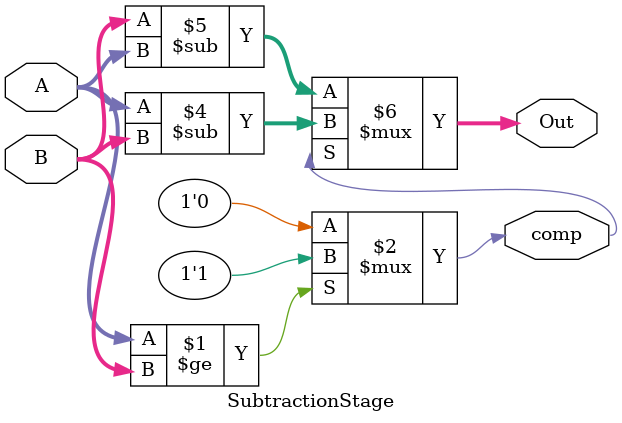
<source format=v>

module SubtractionStage(

   A,B,
    Out,
	 comp
    );  
input [7:0] A,B;
output [7:0] Out;
output comp;
	 
wire [7:0]d;
wire [7:0]d1;

assign comp =  (A>= B)? 1'b1 : 1'b0;
assign Out = (comp == 1)?  A-B: B-A ;
//Subtractor8Bit S(A,B,d,b);
//Complement2s8bit C(d, d1);
//assign Out=(b == 1'b1)?d1:d;
endmodule
</source>
